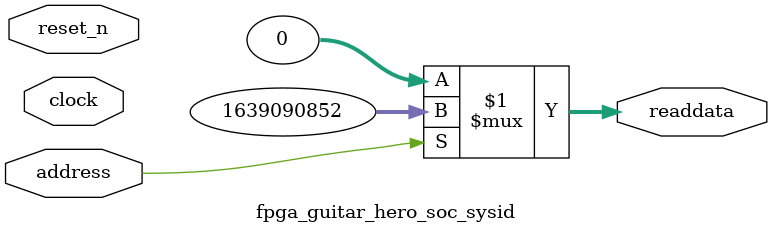
<source format=v>



// synthesis translate_off
`timescale 1ns / 1ps
// synthesis translate_on

// turn off superfluous verilog processor warnings 
// altera message_level Level1 
// altera message_off 10034 10035 10036 10037 10230 10240 10030 

module fpga_guitar_hero_soc_sysid (
               // inputs:
                address,
                clock,
                reset_n,

               // outputs:
                readdata
             )
;

  output  [ 31: 0] readdata;
  input            address;
  input            clock;
  input            reset_n;

  wire    [ 31: 0] readdata;
  //control_slave, which is an e_avalon_slave
  assign readdata = address ? 1639090852 : 0;

endmodule



</source>
